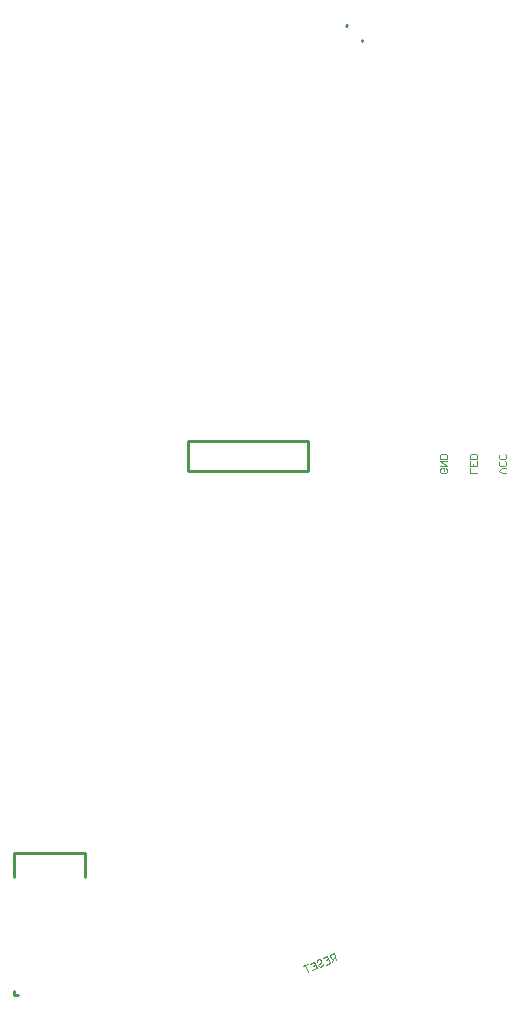
<source format=gbo>
G04*
G04 #@! TF.GenerationSoftware,Altium Limited,Altium Designer,21.0.8 (223)*
G04*
G04 Layer_Color=32896*
%FSLAX25Y25*%
%MOIN*%
G70*
G04*
G04 #@! TF.SameCoordinates,8E13090D-DBD1-43B5-9963-361C11C34DB8*
G04*
G04*
G04 #@! TF.FilePolarity,Positive*
G04*
G01*
G75*
%ADD10C,0.01000*%
%ADD12C,0.00394*%
D10*
X163004Y465513D02*
X163126Y465635D01*
X157890Y470513D02*
X158012Y470635D01*
X47032Y147307D02*
X48409D01*
X47032Y147307D02*
X47032Y147307D01*
X47032Y147307D02*
Y148685D01*
X70653Y186677D02*
Y194551D01*
X47032D02*
X70653D01*
X47032Y194551D02*
X47032Y194551D01*
X47032Y186677D02*
Y194551D01*
X145000Y322000D02*
Y332000D01*
X105000Y322000D02*
X145000D01*
X105000Y332000D02*
X145000D01*
X105000Y322000D02*
Y332000D01*
D12*
X154533Y159066D02*
X153611Y161240D01*
X152524Y160778D01*
X152315Y160262D01*
X152623Y159538D01*
X153139Y159329D01*
X154226Y159791D01*
X153501Y159483D02*
X153084Y158451D01*
X149988Y159702D02*
X151437Y160317D01*
X152360Y158143D01*
X150910Y157528D01*
X151898Y159230D02*
X151174Y158923D01*
X147968Y158417D02*
X148176Y158933D01*
X148901Y159241D01*
X149417Y159032D01*
X149571Y158670D01*
X149362Y158154D01*
X148638Y157846D01*
X148429Y157330D01*
X148583Y156968D01*
X149099Y156759D01*
X149824Y157067D01*
X150032Y157583D01*
X145640Y157857D02*
X147090Y158472D01*
X148012Y156298D01*
X146563Y155683D01*
X147551Y157385D02*
X146826Y157077D01*
X144916Y157549D02*
X143467Y156934D01*
X144191Y157241D01*
X145114Y155068D01*
X201338Y321331D02*
X198976D01*
Y322905D01*
X201338Y325266D02*
Y323692D01*
X198976D01*
Y325266D01*
X200157Y323692D02*
Y324479D01*
X201338Y326054D02*
X198976D01*
Y327234D01*
X199370Y327628D01*
X200944D01*
X201338Y327234D01*
Y326054D01*
X211180Y321331D02*
X209606D01*
X208819Y322118D01*
X209606Y322905D01*
X211180D01*
X210787Y325266D02*
X211180Y324873D01*
Y324086D01*
X210787Y323692D01*
X209212D01*
X208819Y324086D01*
Y324873D01*
X209212Y325266D01*
X210787Y327628D02*
X211180Y327234D01*
Y326447D01*
X210787Y326054D01*
X209212D01*
X208819Y326447D01*
Y327234D01*
X209212Y327628D01*
X191102Y322905D02*
X191495Y322511D01*
Y321724D01*
X191102Y321331D01*
X189527D01*
X189134Y321724D01*
Y322511D01*
X189527Y322905D01*
X190315D01*
Y322118D01*
X189134Y323692D02*
X191495D01*
X189134Y325266D01*
X191495D01*
Y326054D02*
X189134D01*
Y327234D01*
X189527Y327628D01*
X191102D01*
X191495Y327234D01*
Y326054D01*
M02*

</source>
